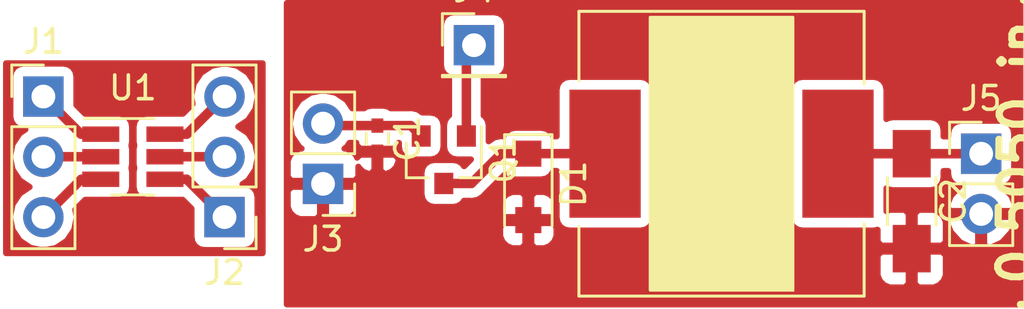
<source format=kicad_pcb>
(kicad_pcb (version 20171130) (host pcbnew "(5.0.2)-1")

  (general
    (thickness 1.6)
    (drawings 1)
    (tracks 28)
    (zones 0)
    (modules 11)
    (nets 12)
  )

  (page A4)
  (layers
    (0 F.Cu signal)
    (31 B.Cu signal)
    (32 B.Adhes user)
    (33 F.Adhes user)
    (34 B.Paste user)
    (35 F.Paste user)
    (36 B.SilkS user)
    (37 F.SilkS user hide)
    (38 B.Mask user)
    (39 F.Mask user hide)
    (40 Dwgs.User user)
    (41 Cmts.User user)
    (42 Eco1.User user)
    (43 Eco2.User user)
    (44 Edge.Cuts user)
    (45 Margin user)
    (46 B.CrtYd user hide)
    (47 F.CrtYd user hide)
    (48 B.Fab user)
    (49 F.Fab user hide)
  )

  (setup
    (last_trace_width 0.4)
    (trace_clearance 0.2)
    (zone_clearance 0.4)
    (zone_45_only no)
    (trace_min 0.2)
    (segment_width 0.2)
    (edge_width 0.15)
    (via_size 0.8)
    (via_drill 0.4)
    (via_min_size 0.4)
    (via_min_drill 0.3)
    (uvia_size 0.3)
    (uvia_drill 0.1)
    (uvias_allowed no)
    (uvia_min_size 0.2)
    (uvia_min_drill 0.1)
    (pcb_text_width 0.3)
    (pcb_text_size 1.5 1.5)
    (mod_edge_width 0.15)
    (mod_text_size 1 1)
    (mod_text_width 0.15)
    (pad_size 1.7 1.7)
    (pad_drill 1)
    (pad_to_mask_clearance 0.051)
    (solder_mask_min_width 0.25)
    (aux_axis_origin 0 0)
    (visible_elements 7FFFFFFF)
    (pcbplotparams
      (layerselection 0x010fc_ffffffff)
      (usegerberextensions false)
      (usegerberattributes false)
      (usegerberadvancedattributes false)
      (creategerberjobfile false)
      (excludeedgelayer true)
      (linewidth 0.100000)
      (plotframeref false)
      (viasonmask false)
      (mode 1)
      (useauxorigin false)
      (hpglpennumber 1)
      (hpglpenspeed 20)
      (hpglpendiameter 15.000000)
      (psnegative false)
      (psa4output false)
      (plotreference true)
      (plotvalue true)
      (plotinvisibletext false)
      (padsonsilk false)
      (subtractmaskfromsilk false)
      (outputformat 1)
      (mirror false)
      (drillshape 1)
      (scaleselection 1)
      (outputdirectory ""))
  )

  (net 0 "")
  (net 1 "Net-(J1-Pad1)")
  (net 2 "Net-(J1-Pad2)")
  (net 3 "Net-(J1-Pad3)")
  (net 4 "Net-(J2-Pad3)")
  (net 5 "Net-(J2-Pad2)")
  (net 6 "Net-(J2-Pad1)")
  (net 7 GND)
  (net 8 "Net-(C1-Pad1)")
  (net 9 "Net-(C2-Pad1)")
  (net 10 "Net-(D1-Pad1)")
  (net 11 "Net-(J4-Pad1)")

  (net_class Default "This is the default net class."
    (clearance 0.2)
    (trace_width 0.4)
    (via_dia 0.8)
    (via_drill 0.4)
    (uvia_dia 0.3)
    (uvia_drill 0.1)
    (add_net GND)
    (add_net "Net-(C1-Pad1)")
    (add_net "Net-(C2-Pad1)")
    (add_net "Net-(D1-Pad1)")
    (add_net "Net-(J1-Pad1)")
    (add_net "Net-(J1-Pad2)")
    (add_net "Net-(J1-Pad3)")
    (add_net "Net-(J2-Pad1)")
    (add_net "Net-(J2-Pad2)")
    (add_net "Net-(J2-Pad3)")
    (add_net "Net-(J4-Pad1)")
  )

  (module Pin_Headers:Pin_Header_Straight_1x03_Pitch2.54mm (layer F.Cu) (tedit 59650532) (tstamp 5C61D6FF)
    (at 140 95)
    (descr "Through hole straight pin header, 1x03, 2.54mm pitch, single row")
    (tags "Through hole pin header THT 1x03 2.54mm single row")
    (path /5C61C8E6)
    (fp_text reference J1 (at 0 -2.33) (layer F.SilkS)
      (effects (font (size 1 1) (thickness 0.15)))
    )
    (fp_text value Conn_01x03 (at 0 7.41) (layer F.Fab)
      (effects (font (size 1 1) (thickness 0.15)))
    )
    (fp_text user %R (at 0 2.54 90) (layer F.Fab)
      (effects (font (size 1 1) (thickness 0.15)))
    )
    (fp_line (start 1.8 -1.8) (end -1.8 -1.8) (layer F.CrtYd) (width 0.05))
    (fp_line (start 1.8 6.85) (end 1.8 -1.8) (layer F.CrtYd) (width 0.05))
    (fp_line (start -1.8 6.85) (end 1.8 6.85) (layer F.CrtYd) (width 0.05))
    (fp_line (start -1.8 -1.8) (end -1.8 6.85) (layer F.CrtYd) (width 0.05))
    (fp_line (start -1.33 -1.33) (end 0 -1.33) (layer F.SilkS) (width 0.12))
    (fp_line (start -1.33 0) (end -1.33 -1.33) (layer F.SilkS) (width 0.12))
    (fp_line (start -1.33 1.27) (end 1.33 1.27) (layer F.SilkS) (width 0.12))
    (fp_line (start 1.33 1.27) (end 1.33 6.41) (layer F.SilkS) (width 0.12))
    (fp_line (start -1.33 1.27) (end -1.33 6.41) (layer F.SilkS) (width 0.12))
    (fp_line (start -1.33 6.41) (end 1.33 6.41) (layer F.SilkS) (width 0.12))
    (fp_line (start -1.27 -0.635) (end -0.635 -1.27) (layer F.Fab) (width 0.1))
    (fp_line (start -1.27 6.35) (end -1.27 -0.635) (layer F.Fab) (width 0.1))
    (fp_line (start 1.27 6.35) (end -1.27 6.35) (layer F.Fab) (width 0.1))
    (fp_line (start 1.27 -1.27) (end 1.27 6.35) (layer F.Fab) (width 0.1))
    (fp_line (start -0.635 -1.27) (end 1.27 -1.27) (layer F.Fab) (width 0.1))
    (pad 3 thru_hole oval (at 0 5.08) (size 1.7 1.7) (drill 1) (layers *.Cu *.Mask)
      (net 3 "Net-(J1-Pad3)"))
    (pad 2 thru_hole oval (at 0 2.54) (size 1.7 1.7) (drill 1) (layers *.Cu *.Mask)
      (net 2 "Net-(J1-Pad2)"))
    (pad 1 thru_hole rect (at 0 0) (size 1.7 1.7) (drill 1) (layers *.Cu *.Mask)
      (net 1 "Net-(J1-Pad1)"))
    (model ${KISYS3DMOD}/Pin_Headers.3dshapes/Pin_Header_Straight_1x03_Pitch2.54mm.wrl
      (at (xyz 0 0 0))
      (scale (xyz 1 1 1))
      (rotate (xyz 0 0 0))
    )
  )

  (module Pin_Headers:Pin_Header_Straight_1x03_Pitch2.54mm (layer F.Cu) (tedit 59650532) (tstamp 5C61D23F)
    (at 147.62 100.08 180)
    (descr "Through hole straight pin header, 1x03, 2.54mm pitch, single row")
    (tags "Through hole pin header THT 1x03 2.54mm single row")
    (path /5C61C85B)
    (fp_text reference J2 (at 0 -2.33 180) (layer F.SilkS)
      (effects (font (size 1 1) (thickness 0.15)))
    )
    (fp_text value Conn_01x03 (at 0 7.41 180) (layer F.Fab)
      (effects (font (size 1 1) (thickness 0.15)))
    )
    (fp_text user %R (at 0 2.54 270) (layer F.Fab)
      (effects (font (size 1 1) (thickness 0.15)))
    )
    (fp_line (start 1.8 -1.8) (end -1.8 -1.8) (layer F.CrtYd) (width 0.05))
    (fp_line (start 1.8 6.85) (end 1.8 -1.8) (layer F.CrtYd) (width 0.05))
    (fp_line (start -1.8 6.85) (end 1.8 6.85) (layer F.CrtYd) (width 0.05))
    (fp_line (start -1.8 -1.8) (end -1.8 6.85) (layer F.CrtYd) (width 0.05))
    (fp_line (start -1.33 -1.33) (end 0 -1.33) (layer F.SilkS) (width 0.12))
    (fp_line (start -1.33 0) (end -1.33 -1.33) (layer F.SilkS) (width 0.12))
    (fp_line (start -1.33 1.27) (end 1.33 1.27) (layer F.SilkS) (width 0.12))
    (fp_line (start 1.33 1.27) (end 1.33 6.41) (layer F.SilkS) (width 0.12))
    (fp_line (start -1.33 1.27) (end -1.33 6.41) (layer F.SilkS) (width 0.12))
    (fp_line (start -1.33 6.41) (end 1.33 6.41) (layer F.SilkS) (width 0.12))
    (fp_line (start -1.27 -0.635) (end -0.635 -1.27) (layer F.Fab) (width 0.1))
    (fp_line (start -1.27 6.35) (end -1.27 -0.635) (layer F.Fab) (width 0.1))
    (fp_line (start 1.27 6.35) (end -1.27 6.35) (layer F.Fab) (width 0.1))
    (fp_line (start 1.27 -1.27) (end 1.27 6.35) (layer F.Fab) (width 0.1))
    (fp_line (start -0.635 -1.27) (end 1.27 -1.27) (layer F.Fab) (width 0.1))
    (pad 3 thru_hole oval (at 0 5.08 180) (size 1.7 1.7) (drill 1) (layers *.Cu *.Mask)
      (net 4 "Net-(J2-Pad3)"))
    (pad 2 thru_hole oval (at 0 2.54 180) (size 1.7 1.7) (drill 1) (layers *.Cu *.Mask)
      (net 5 "Net-(J2-Pad2)"))
    (pad 1 thru_hole rect (at 0 0 180) (size 1.7 1.7) (drill 1) (layers *.Cu *.Mask)
      (net 6 "Net-(J2-Pad1)"))
    (model ${KISYS3DMOD}/Pin_Headers.3dshapes/Pin_Header_Straight_1x03_Pitch2.54mm.wrl
      (at (xyz 0 0 0))
      (scale (xyz 1 1 1))
      (rotate (xyz 0 0 0))
    )
  )

  (module TO_SOT_Packages_SMD:SOT-23-6_Handsoldering (layer F.Cu) (tedit 58CE4E7E) (tstamp 5C61DA63)
    (at 143.764 97.536)
    (descr "6-pin SOT-23 package, Handsoldering")
    (tags "SOT-23-6 Handsoldering")
    (path /5C61C7F3)
    (attr smd)
    (fp_text reference U1 (at 0 -2.9) (layer F.SilkS)
      (effects (font (size 1 1) (thickness 0.15)))
    )
    (fp_text value ATtiny10-TS (at 0 2.9) (layer F.Fab)
      (effects (font (size 1 1) (thickness 0.15)))
    )
    (fp_line (start 0.9 -1.55) (end 0.9 1.55) (layer F.Fab) (width 0.1))
    (fp_line (start 0.9 1.55) (end -0.9 1.55) (layer F.Fab) (width 0.1))
    (fp_line (start -0.9 -0.9) (end -0.9 1.55) (layer F.Fab) (width 0.1))
    (fp_line (start 0.9 -1.55) (end -0.25 -1.55) (layer F.Fab) (width 0.1))
    (fp_line (start -0.9 -0.9) (end -0.25 -1.55) (layer F.Fab) (width 0.1))
    (fp_line (start -2.4 -1.8) (end 2.4 -1.8) (layer F.CrtYd) (width 0.05))
    (fp_line (start 2.4 -1.8) (end 2.4 1.8) (layer F.CrtYd) (width 0.05))
    (fp_line (start 2.4 1.8) (end -2.4 1.8) (layer F.CrtYd) (width 0.05))
    (fp_line (start -2.4 1.8) (end -2.4 -1.8) (layer F.CrtYd) (width 0.05))
    (fp_line (start 0.9 -1.61) (end -2.05 -1.61) (layer F.SilkS) (width 0.12))
    (fp_line (start -0.9 1.61) (end 0.9 1.61) (layer F.SilkS) (width 0.12))
    (fp_text user %R (at 0 0 90) (layer F.Fab)
      (effects (font (size 0.5 0.5) (thickness 0.075)))
    )
    (pad 5 smd rect (at 1.35 0) (size 1.56 0.65) (layers F.Cu F.Paste F.Mask)
      (net 5 "Net-(J2-Pad2)"))
    (pad 6 smd rect (at 1.35 -0.95) (size 1.56 0.65) (layers F.Cu F.Paste F.Mask)
      (net 4 "Net-(J2-Pad3)"))
    (pad 4 smd rect (at 1.35 0.95) (size 1.56 0.65) (layers F.Cu F.Paste F.Mask)
      (net 6 "Net-(J2-Pad1)"))
    (pad 3 smd rect (at -1.35 0.95) (size 1.56 0.65) (layers F.Cu F.Paste F.Mask)
      (net 3 "Net-(J1-Pad3)"))
    (pad 2 smd rect (at -1.35 0) (size 1.56 0.65) (layers F.Cu F.Paste F.Mask)
      (net 2 "Net-(J1-Pad2)"))
    (pad 1 smd rect (at -1.35 -0.95) (size 1.56 0.65) (layers F.Cu F.Paste F.Mask)
      (net 1 "Net-(J1-Pad1)"))
    (model ${KISYS3DMOD}/TO_SOT_Packages_SMD.3dshapes/SOT-23-6.wrl
      (at (xyz 0 0 0))
      (scale (xyz 1 1 1))
      (rotate (xyz 0 0 0))
    )
  )

  (module Capacitors_SMD:C_0402 (layer F.Cu) (tedit 58AA841A) (tstamp 5C61D72F)
    (at 154.051 96.774 270)
    (descr "Capacitor SMD 0402, reflow soldering, AVX (see smccp.pdf)")
    (tags "capacitor 0402")
    (path /5C61D321)
    (attr smd)
    (fp_text reference C1 (at 0 -1.27 270) (layer F.SilkS)
      (effects (font (size 1 1) (thickness 0.15)))
    )
    (fp_text value 4.7uF (at 0 1.27 270) (layer F.Fab)
      (effects (font (size 1 1) (thickness 0.15)))
    )
    (fp_line (start 1 0.4) (end -1 0.4) (layer F.CrtYd) (width 0.05))
    (fp_line (start 1 0.4) (end 1 -0.4) (layer F.CrtYd) (width 0.05))
    (fp_line (start -1 -0.4) (end -1 0.4) (layer F.CrtYd) (width 0.05))
    (fp_line (start -1 -0.4) (end 1 -0.4) (layer F.CrtYd) (width 0.05))
    (fp_line (start -0.25 0.47) (end 0.25 0.47) (layer F.SilkS) (width 0.12))
    (fp_line (start 0.25 -0.47) (end -0.25 -0.47) (layer F.SilkS) (width 0.12))
    (fp_line (start -0.5 -0.25) (end 0.5 -0.25) (layer F.Fab) (width 0.1))
    (fp_line (start 0.5 -0.25) (end 0.5 0.25) (layer F.Fab) (width 0.1))
    (fp_line (start 0.5 0.25) (end -0.5 0.25) (layer F.Fab) (width 0.1))
    (fp_line (start -0.5 0.25) (end -0.5 -0.25) (layer F.Fab) (width 0.1))
    (fp_text user %R (at 0 -1.27 270) (layer F.Fab)
      (effects (font (size 1 1) (thickness 0.15)))
    )
    (pad 2 smd rect (at 0.55 0 270) (size 0.6 0.5) (layers F.Cu F.Paste F.Mask)
      (net 7 GND))
    (pad 1 smd rect (at -0.55 0 270) (size 0.6 0.5) (layers F.Cu F.Paste F.Mask)
      (net 8 "Net-(C1-Pad1)"))
    (model Capacitors_SMD.3dshapes/C_0402.wrl
      (at (xyz 0 0 0))
      (scale (xyz 1 1 1))
      (rotate (xyz 0 0 0))
    )
  )

  (module Capacitors_SMD:C_1206_HandSoldering (layer F.Cu) (tedit 58AA84D1) (tstamp 5C61D740)
    (at 176.53 99.409 270)
    (descr "Capacitor SMD 1206, hand soldering")
    (tags "capacitor 1206")
    (path /5C61D6C4)
    (attr smd)
    (fp_text reference C2 (at 0 -1.75 270) (layer F.SilkS)
      (effects (font (size 1 1) (thickness 0.15)))
    )
    (fp_text value 22uF (at 0 2 270) (layer F.Fab)
      (effects (font (size 1 1) (thickness 0.15)))
    )
    (fp_line (start 3.25 1.05) (end -3.25 1.05) (layer F.CrtYd) (width 0.05))
    (fp_line (start 3.25 1.05) (end 3.25 -1.05) (layer F.CrtYd) (width 0.05))
    (fp_line (start -3.25 -1.05) (end -3.25 1.05) (layer F.CrtYd) (width 0.05))
    (fp_line (start -3.25 -1.05) (end 3.25 -1.05) (layer F.CrtYd) (width 0.05))
    (fp_line (start -1 1.02) (end 1 1.02) (layer F.SilkS) (width 0.12))
    (fp_line (start 1 -1.02) (end -1 -1.02) (layer F.SilkS) (width 0.12))
    (fp_line (start -1.6 -0.8) (end 1.6 -0.8) (layer F.Fab) (width 0.1))
    (fp_line (start 1.6 -0.8) (end 1.6 0.8) (layer F.Fab) (width 0.1))
    (fp_line (start 1.6 0.8) (end -1.6 0.8) (layer F.Fab) (width 0.1))
    (fp_line (start -1.6 0.8) (end -1.6 -0.8) (layer F.Fab) (width 0.1))
    (fp_text user %R (at 0 -1.75 270) (layer F.Fab)
      (effects (font (size 1 1) (thickness 0.15)))
    )
    (pad 2 smd rect (at 2 0 270) (size 2 1.6) (layers F.Cu F.Paste F.Mask)
      (net 7 GND))
    (pad 1 smd rect (at -2 0 270) (size 2 1.6) (layers F.Cu F.Paste F.Mask)
      (net 9 "Net-(C2-Pad1)"))
    (model Capacitors_SMD.3dshapes/C_1206.wrl
      (at (xyz 0 0 0))
      (scale (xyz 1 1 1))
      (rotate (xyz 0 0 0))
    )
  )

  (module Diodes_SMD:D_SOD-123F (layer F.Cu) (tedit 587F7769) (tstamp 5C61D759)
    (at 160.401 98.806 270)
    (descr D_SOD-123F)
    (tags D_SOD-123F)
    (path /5C61D52C)
    (attr smd)
    (fp_text reference D1 (at -0.127 -1.905 270) (layer F.SilkS)
      (effects (font (size 1 1) (thickness 0.15)))
    )
    (fp_text value D (at 0 2.1 270) (layer F.Fab)
      (effects (font (size 1 1) (thickness 0.15)))
    )
    (fp_line (start -2.2 -1) (end 1.65 -1) (layer F.SilkS) (width 0.12))
    (fp_line (start -2.2 1) (end 1.65 1) (layer F.SilkS) (width 0.12))
    (fp_line (start -2.2 -1.15) (end -2.2 1.15) (layer F.CrtYd) (width 0.05))
    (fp_line (start 2.2 1.15) (end -2.2 1.15) (layer F.CrtYd) (width 0.05))
    (fp_line (start 2.2 -1.15) (end 2.2 1.15) (layer F.CrtYd) (width 0.05))
    (fp_line (start -2.2 -1.15) (end 2.2 -1.15) (layer F.CrtYd) (width 0.05))
    (fp_line (start -1.4 -0.9) (end 1.4 -0.9) (layer F.Fab) (width 0.1))
    (fp_line (start 1.4 -0.9) (end 1.4 0.9) (layer F.Fab) (width 0.1))
    (fp_line (start 1.4 0.9) (end -1.4 0.9) (layer F.Fab) (width 0.1))
    (fp_line (start -1.4 0.9) (end -1.4 -0.9) (layer F.Fab) (width 0.1))
    (fp_line (start -0.75 0) (end -0.35 0) (layer F.Fab) (width 0.1))
    (fp_line (start -0.35 0) (end -0.35 -0.55) (layer F.Fab) (width 0.1))
    (fp_line (start -0.35 0) (end -0.35 0.55) (layer F.Fab) (width 0.1))
    (fp_line (start -0.35 0) (end 0.25 -0.4) (layer F.Fab) (width 0.1))
    (fp_line (start 0.25 -0.4) (end 0.25 0.4) (layer F.Fab) (width 0.1))
    (fp_line (start 0.25 0.4) (end -0.35 0) (layer F.Fab) (width 0.1))
    (fp_line (start 0.25 0) (end 0.75 0) (layer F.Fab) (width 0.1))
    (fp_line (start -2.2 -1) (end -2.2 1) (layer F.SilkS) (width 0.12))
    (fp_text user %R (at -0.127 -1.905 270) (layer F.Fab)
      (effects (font (size 1 1) (thickness 0.15)))
    )
    (pad 2 smd rect (at 1.4 0 270) (size 1.1 1.1) (layers F.Cu F.Paste F.Mask)
      (net 7 GND))
    (pad 1 smd rect (at -1.4 0 270) (size 1.1 1.1) (layers F.Cu F.Paste F.Mask)
      (net 10 "Net-(D1-Pad1)"))
    (model ${KISYS3DMOD}/Diodes_SMD.3dshapes/D_SOD-123F.wrl
      (at (xyz 0 0 0))
      (scale (xyz 1 1 1))
      (rotate (xyz 0 0 0))
    )
  )

  (module Pin_Headers:Pin_Header_Straight_1x02_Pitch2.54mm (layer F.Cu) (tedit 59650532) (tstamp 5C61D76F)
    (at 151.765 98.679 180)
    (descr "Through hole straight pin header, 1x02, 2.54mm pitch, single row")
    (tags "Through hole pin header THT 1x02 2.54mm single row")
    (path /5C61D1C2)
    (fp_text reference J3 (at 0 -2.33 180) (layer F.SilkS)
      (effects (font (size 1 1) (thickness 0.15)))
    )
    (fp_text value Conn_01x02 (at 0 4.87 180) (layer F.Fab)
      (effects (font (size 1 1) (thickness 0.15)))
    )
    (fp_text user %R (at 0 1.27 270) (layer F.Fab)
      (effects (font (size 1 1) (thickness 0.15)))
    )
    (fp_line (start 1.8 -1.8) (end -1.8 -1.8) (layer F.CrtYd) (width 0.05))
    (fp_line (start 1.8 4.35) (end 1.8 -1.8) (layer F.CrtYd) (width 0.05))
    (fp_line (start -1.8 4.35) (end 1.8 4.35) (layer F.CrtYd) (width 0.05))
    (fp_line (start -1.8 -1.8) (end -1.8 4.35) (layer F.CrtYd) (width 0.05))
    (fp_line (start -1.33 -1.33) (end 0 -1.33) (layer F.SilkS) (width 0.12))
    (fp_line (start -1.33 0) (end -1.33 -1.33) (layer F.SilkS) (width 0.12))
    (fp_line (start -1.33 1.27) (end 1.33 1.27) (layer F.SilkS) (width 0.12))
    (fp_line (start 1.33 1.27) (end 1.33 3.87) (layer F.SilkS) (width 0.12))
    (fp_line (start -1.33 1.27) (end -1.33 3.87) (layer F.SilkS) (width 0.12))
    (fp_line (start -1.33 3.87) (end 1.33 3.87) (layer F.SilkS) (width 0.12))
    (fp_line (start -1.27 -0.635) (end -0.635 -1.27) (layer F.Fab) (width 0.1))
    (fp_line (start -1.27 3.81) (end -1.27 -0.635) (layer F.Fab) (width 0.1))
    (fp_line (start 1.27 3.81) (end -1.27 3.81) (layer F.Fab) (width 0.1))
    (fp_line (start 1.27 -1.27) (end 1.27 3.81) (layer F.Fab) (width 0.1))
    (fp_line (start -0.635 -1.27) (end 1.27 -1.27) (layer F.Fab) (width 0.1))
    (pad 2 thru_hole oval (at 0 2.54 180) (size 1.7 1.7) (drill 1) (layers *.Cu *.Mask)
      (net 8 "Net-(C1-Pad1)"))
    (pad 1 thru_hole rect (at 0 0 180) (size 1.7 1.7) (drill 1) (layers *.Cu *.Mask)
      (net 7 GND))
    (model ${KISYS3DMOD}/Pin_Headers.3dshapes/Pin_Header_Straight_1x02_Pitch2.54mm.wrl
      (at (xyz 0 0 0))
      (scale (xyz 1 1 1))
      (rotate (xyz 0 0 0))
    )
  )

  (module Pin_Headers:Pin_Header_Straight_1x01_Pitch2.54mm (layer F.Cu) (tedit 59650532) (tstamp 5C61D784)
    (at 158.115 92.837)
    (descr "Through hole straight pin header, 1x01, 2.54mm pitch, single row")
    (tags "Through hole pin header THT 1x01 2.54mm single row")
    (path /5C61D4A6)
    (fp_text reference J4 (at 0 -2.33) (layer F.SilkS)
      (effects (font (size 1 1) (thickness 0.15)))
    )
    (fp_text value Conn_01x01 (at 0 2.33) (layer F.Fab)
      (effects (font (size 1 1) (thickness 0.15)))
    )
    (fp_text user %R (at 0 0 90) (layer F.Fab)
      (effects (font (size 1 1) (thickness 0.15)))
    )
    (fp_line (start 1.8 -1.8) (end -1.8 -1.8) (layer F.CrtYd) (width 0.05))
    (fp_line (start 1.8 1.8) (end 1.8 -1.8) (layer F.CrtYd) (width 0.05))
    (fp_line (start -1.8 1.8) (end 1.8 1.8) (layer F.CrtYd) (width 0.05))
    (fp_line (start -1.8 -1.8) (end -1.8 1.8) (layer F.CrtYd) (width 0.05))
    (fp_line (start -1.33 -1.33) (end 0 -1.33) (layer F.SilkS) (width 0.12))
    (fp_line (start -1.33 0) (end -1.33 -1.33) (layer F.SilkS) (width 0.12))
    (fp_line (start -1.33 1.27) (end 1.33 1.27) (layer F.SilkS) (width 0.12))
    (fp_line (start 1.33 1.27) (end 1.33 1.33) (layer F.SilkS) (width 0.12))
    (fp_line (start -1.33 1.27) (end -1.33 1.33) (layer F.SilkS) (width 0.12))
    (fp_line (start -1.33 1.33) (end 1.33 1.33) (layer F.SilkS) (width 0.12))
    (fp_line (start -1.27 -0.635) (end -0.635 -1.27) (layer F.Fab) (width 0.1))
    (fp_line (start -1.27 1.27) (end -1.27 -0.635) (layer F.Fab) (width 0.1))
    (fp_line (start 1.27 1.27) (end -1.27 1.27) (layer F.Fab) (width 0.1))
    (fp_line (start 1.27 -1.27) (end 1.27 1.27) (layer F.Fab) (width 0.1))
    (fp_line (start -0.635 -1.27) (end 1.27 -1.27) (layer F.Fab) (width 0.1))
    (pad 1 thru_hole rect (at 0 0) (size 1.7 1.7) (drill 1) (layers *.Cu *.Mask)
      (net 11 "Net-(J4-Pad1)"))
    (model ${KISYS3DMOD}/Pin_Headers.3dshapes/Pin_Header_Straight_1x01_Pitch2.54mm.wrl
      (at (xyz 0 0 0))
      (scale (xyz 1 1 1))
      (rotate (xyz 0 0 0))
    )
  )

  (module Pin_Headers:Pin_Header_Straight_1x02_Pitch2.54mm (layer F.Cu) (tedit 59650532) (tstamp 5C61D79A)
    (at 179.451 97.409)
    (descr "Through hole straight pin header, 1x02, 2.54mm pitch, single row")
    (tags "Through hole pin header THT 1x02 2.54mm single row")
    (path /5C61D273)
    (fp_text reference J5 (at 0 -2.33) (layer F.SilkS)
      (effects (font (size 1 1) (thickness 0.15)))
    )
    (fp_text value Conn_01x02 (at 0 4.87) (layer F.Fab)
      (effects (font (size 1 1) (thickness 0.15)))
    )
    (fp_line (start -0.635 -1.27) (end 1.27 -1.27) (layer F.Fab) (width 0.1))
    (fp_line (start 1.27 -1.27) (end 1.27 3.81) (layer F.Fab) (width 0.1))
    (fp_line (start 1.27 3.81) (end -1.27 3.81) (layer F.Fab) (width 0.1))
    (fp_line (start -1.27 3.81) (end -1.27 -0.635) (layer F.Fab) (width 0.1))
    (fp_line (start -1.27 -0.635) (end -0.635 -1.27) (layer F.Fab) (width 0.1))
    (fp_line (start -1.33 3.87) (end 1.33 3.87) (layer F.SilkS) (width 0.12))
    (fp_line (start -1.33 1.27) (end -1.33 3.87) (layer F.SilkS) (width 0.12))
    (fp_line (start 1.33 1.27) (end 1.33 3.87) (layer F.SilkS) (width 0.12))
    (fp_line (start -1.33 1.27) (end 1.33 1.27) (layer F.SilkS) (width 0.12))
    (fp_line (start -1.33 0) (end -1.33 -1.33) (layer F.SilkS) (width 0.12))
    (fp_line (start -1.33 -1.33) (end 0 -1.33) (layer F.SilkS) (width 0.12))
    (fp_line (start -1.8 -1.8) (end -1.8 4.35) (layer F.CrtYd) (width 0.05))
    (fp_line (start -1.8 4.35) (end 1.8 4.35) (layer F.CrtYd) (width 0.05))
    (fp_line (start 1.8 4.35) (end 1.8 -1.8) (layer F.CrtYd) (width 0.05))
    (fp_line (start 1.8 -1.8) (end -1.8 -1.8) (layer F.CrtYd) (width 0.05))
    (fp_text user %R (at 0 1.27 90) (layer F.Fab)
      (effects (font (size 1 1) (thickness 0.15)))
    )
    (pad 1 thru_hole rect (at 0 0) (size 1.7 1.7) (drill 1) (layers *.Cu *.Mask)
      (net 9 "Net-(C2-Pad1)"))
    (pad 2 thru_hole oval (at 0 2.54) (size 1.7 1.7) (drill 1) (layers *.Cu *.Mask)
      (net 7 GND))
    (model ${KISYS3DMOD}/Pin_Headers.3dshapes/Pin_Header_Straight_1x02_Pitch2.54mm.wrl
      (at (xyz 0 0 0))
      (scale (xyz 1 1 1))
      (rotate (xyz 0 0 0))
    )
  )

  (module we:WE (layer F.Cu) (tedit 5C61D52B) (tstamp 5C61D7AB)
    (at 168.529 97.409)
    (path /5C61D5DF)
    (fp_text reference L1 (at 0 0.5) (layer F.SilkS)
      (effects (font (size 1 1) (thickness 0.15)))
    )
    (fp_text value 10uH (at 0 -0.5) (layer F.Fab)
      (effects (font (size 1 1) (thickness 0.15)))
    )
    (fp_line (start -5.99948 -5.99948) (end 5.99948 -5.99948) (layer F.SilkS) (width 0.127))
    (fp_line (start 5.99948 5.99948) (end -5.99948 5.99948) (layer F.SilkS) (width 0.127))
    (fp_line (start -5.99948 5.99948) (end -5.99948 3.06832) (layer F.SilkS) (width 0.127))
    (fp_line (start -5.99948 -3.06832) (end -5.99948 -5.99948) (layer F.SilkS) (width 0.127))
    (fp_line (start 5.99948 5.99948) (end 5.99948 2.94894) (layer F.SilkS) (width 0.127))
    (fp_line (start 5.99948 -2.94894) (end 5.99948 -5.99948) (layer F.SilkS) (width 0.127))
    (fp_line (start -5.99948 3.19786) (end -5.99948 -3.19786) (layer Dwgs.User) (width 0.127))
    (fp_line (start 5.99948 2.94894) (end 5.99948 -2.94894) (layer Dwgs.User) (width 0.127))
    (fp_poly (pts (xy -6.74878 6.49986) (xy -6.74878 -6.2484) (xy 6.74878 -6.2484) (xy 6.74878 6.49986)
      (xy -6.74878 6.49986)) (layer Dwgs.User) (width 0.127))
    (fp_poly (pts (xy -2.99974 5.74802) (xy -2.99974 -5.74802) (xy 2.99974 -5.74802) (xy 2.99974 5.74802)
      (xy -2.99974 5.74802)) (layer F.SilkS) (width 0.127))
    (fp_poly (pts (xy -2.99974 5.74802) (xy -2.99974 -5.74802) (xy 2.99974 -5.74802) (xy 2.99974 5.74802)
      (xy -2.99974 5.74802)) (layer Dwgs.User) (width 0.127))
    (pad 1 smd rect (at -4.89966 0 90) (size 5.3975 2.99974) (layers F.Cu F.Paste F.Mask)
      (net 10 "Net-(D1-Pad1)"))
    (pad 2 smd rect (at 4.89966 0 90) (size 5.3975 2.99974) (layers F.Cu F.Paste F.Mask)
      (net 9 "Net-(C2-Pad1)"))
  )

  (module TO_SOT_Packages_SMD:SOT-23 (layer F.Cu) (tedit 58CE4E7E) (tstamp 5C61D7C0)
    (at 156.845 97.663 270)
    (descr "SOT-23, Standard")
    (tags SOT-23)
    (path /5C61D3C9)
    (attr smd)
    (fp_text reference Q1 (at 0 -2.5 270) (layer F.SilkS)
      (effects (font (size 1 1) (thickness 0.15)))
    )
    (fp_text value Q_PMOS_GSD (at 0 2.5 270) (layer F.Fab)
      (effects (font (size 1 1) (thickness 0.15)))
    )
    (fp_line (start 0.76 1.58) (end -0.7 1.58) (layer F.SilkS) (width 0.12))
    (fp_line (start 0.76 -1.58) (end -1.4 -1.58) (layer F.SilkS) (width 0.12))
    (fp_line (start -1.7 1.75) (end -1.7 -1.75) (layer F.CrtYd) (width 0.05))
    (fp_line (start 1.7 1.75) (end -1.7 1.75) (layer F.CrtYd) (width 0.05))
    (fp_line (start 1.7 -1.75) (end 1.7 1.75) (layer F.CrtYd) (width 0.05))
    (fp_line (start -1.7 -1.75) (end 1.7 -1.75) (layer F.CrtYd) (width 0.05))
    (fp_line (start 0.76 -1.58) (end 0.76 -0.65) (layer F.SilkS) (width 0.12))
    (fp_line (start 0.76 1.58) (end 0.76 0.65) (layer F.SilkS) (width 0.12))
    (fp_line (start -0.7 1.52) (end 0.7 1.52) (layer F.Fab) (width 0.1))
    (fp_line (start 0.7 -1.52) (end 0.7 1.52) (layer F.Fab) (width 0.1))
    (fp_line (start -0.7 -0.95) (end -0.15 -1.52) (layer F.Fab) (width 0.1))
    (fp_line (start -0.15 -1.52) (end 0.7 -1.52) (layer F.Fab) (width 0.1))
    (fp_line (start -0.7 -0.95) (end -0.7 1.5) (layer F.Fab) (width 0.1))
    (fp_text user %R (at 0 0) (layer F.Fab)
      (effects (font (size 0.5 0.5) (thickness 0.075)))
    )
    (pad 3 smd rect (at 1 0 270) (size 0.9 0.8) (layers F.Cu F.Paste F.Mask)
      (net 10 "Net-(D1-Pad1)"))
    (pad 2 smd rect (at -1 0.95 270) (size 0.9 0.8) (layers F.Cu F.Paste F.Mask)
      (net 8 "Net-(C1-Pad1)"))
    (pad 1 smd rect (at -1 -0.95 270) (size 0.9 0.8) (layers F.Cu F.Paste F.Mask)
      (net 11 "Net-(J4-Pad1)"))
    (model ${KISYS3DMOD}/TO_SOT_Packages_SMD.3dshapes/SOT-23.wrl
      (at (xyz 0 0 0))
      (scale (xyz 1 1 1))
      (rotate (xyz 0 0 0))
    )
  )

  (dimension 12.827629 (width 0.3) (layer F.SilkS)
    (gr_text "12.828 mm" (at 184.916235 97.382636 89.43273359) (layer F.SilkS)
      (effects (font (size 1.5 1.5) (thickness 0.3)))
    )
    (feature1 (pts (xy 181.102 103.759) (xy 183.33923 103.781151)))
    (feature2 (pts (xy 181.229 90.932) (xy 183.46623 90.954151)))
    (crossbar (pts (xy 182.879838 90.948345) (xy 182.752838 103.775345)))
    (arrow1a (pts (xy 182.752838 103.775345) (xy 182.177599 102.643091)))
    (arrow1b (pts (xy 182.752838 103.775345) (xy 183.350383 102.654702)))
    (arrow2a (pts (xy 182.879838 90.948345) (xy 182.282293 92.068988)))
    (arrow2b (pts (xy 182.879838 90.948345) (xy 183.455077 92.080599)))
  )

  (segment (start 141.586 96.586) (end 140 95) (width 0.4) (layer F.Cu) (net 1))
  (segment (start 142.414 96.586) (end 141.586 96.586) (width 0.4) (layer F.Cu) (net 1))
  (segment (start 140.004 97.536) (end 140 97.54) (width 0.4) (layer F.Cu) (net 2))
  (segment (start 142.414 97.536) (end 140.004 97.536) (width 0.4) (layer F.Cu) (net 2))
  (segment (start 141.594 98.486) (end 140 100.08) (width 0.4) (layer F.Cu) (net 3))
  (segment (start 142.414 98.486) (end 141.594 98.486) (width 0.4) (layer F.Cu) (net 3))
  (segment (start 146.034 96.586) (end 147.62 95) (width 0.4) (layer F.Cu) (net 4))
  (segment (start 145.114 96.586) (end 146.034 96.586) (width 0.4) (layer F.Cu) (net 4))
  (segment (start 147.616 97.536) (end 147.62 97.54) (width 0.4) (layer F.Cu) (net 5))
  (segment (start 145.114 97.536) (end 147.616 97.536) (width 0.4) (layer F.Cu) (net 5))
  (segment (start 146.026 98.486) (end 147.62 100.08) (width 0.4) (layer F.Cu) (net 6))
  (segment (start 145.114 98.486) (end 146.026 98.486) (width 0.4) (layer F.Cu) (net 6))
  (segment (start 151.85 96.224) (end 151.765 96.139) (width 0.4) (layer F.Cu) (net 8))
  (segment (start 154.051 96.224) (end 151.85 96.224) (width 0.4) (layer F.Cu) (net 8))
  (segment (start 155.456 96.224) (end 155.895 96.663) (width 0.4) (layer F.Cu) (net 8))
  (segment (start 154.051 96.224) (end 155.456 96.224) (width 0.4) (layer F.Cu) (net 8))
  (segment (start 173.42866 97.409) (end 176.53 97.409) (width 0.4) (layer F.Cu) (net 9))
  (segment (start 176.53 97.409) (end 179.451 97.409) (width 0.4) (layer F.Cu) (net 9))
  (segment (start 160.388 97.393) (end 160.401 97.406) (width 0.4) (layer F.Cu) (net 10))
  (segment (start 163.62634 97.406) (end 163.62934 97.409) (width 0.4) (layer F.Cu) (net 10))
  (segment (start 160.401 97.406) (end 163.62634 97.406) (width 0.4) (layer F.Cu) (net 10))
  (segment (start 160.398 97.409) (end 160.401 97.406) (width 0.4) (layer F.Cu) (net 10))
  (segment (start 156.845 98.663) (end 158.004 98.663) (width 0.4) (layer F.Cu) (net 10))
  (segment (start 159.261 97.406) (end 160.401 97.406) (width 0.4) (layer F.Cu) (net 10))
  (segment (start 158.004 98.663) (end 159.261 97.406) (width 0.4) (layer F.Cu) (net 10))
  (segment (start 158.176 92.898) (end 158.115 92.837) (width 0.4) (layer F.Cu) (net 11))
  (segment (start 157.795 93.157) (end 158.115 92.837) (width 0.4) (layer F.Cu) (net 11))
  (segment (start 157.795 96.663) (end 157.795 93.157) (width 0.4) (layer F.Cu) (net 11))

  (zone (net 0) (net_name "") (layer F.Cu) (tstamp 0) (hatch edge 0.508)
    (connect_pads (clearance 0.4))
    (min_thickness 0.254)
    (fill yes (arc_segments 16) (thermal_gap 0.508) (thermal_bridge_width 0.508))
    (polygon
      (pts
        (xy 138.811 93.472) (xy 149.352 93.472) (xy 149.352 101.727) (xy 138.303 101.727) (xy 138.303 93.472)
      )
    )
    (filled_polygon
      (pts
        (xy 149.225 101.6) (xy 138.43 101.6) (xy 138.43 97.54) (xy 138.596023 97.54) (xy 138.702894 98.077279)
        (xy 139.007238 98.532762) (xy 139.422154 98.81) (xy 139.007238 99.087238) (xy 138.702894 99.542721) (xy 138.596023 100.08)
        (xy 138.702894 100.617279) (xy 139.007238 101.072762) (xy 139.462721 101.377106) (xy 139.864377 101.457) (xy 140.135623 101.457)
        (xy 140.537279 101.377106) (xy 140.992762 101.072762) (xy 141.297106 100.617279) (xy 141.403977 100.08) (xy 141.341621 99.766512)
        (xy 141.759809 99.348324) (xy 143.194 99.348324) (xy 143.399625 99.307423) (xy 143.573945 99.190945) (xy 143.690423 99.016625)
        (xy 143.731324 98.811) (xy 143.731324 98.161) (xy 143.701487 98.011) (xy 143.731324 97.861) (xy 143.731324 97.211)
        (xy 143.701487 97.061) (xy 143.731324 96.911) (xy 143.731324 96.261) (xy 143.796676 96.261) (xy 143.796676 96.911)
        (xy 143.826513 97.061) (xy 143.796676 97.211) (xy 143.796676 97.861) (xy 143.826513 98.011) (xy 143.796676 98.161)
        (xy 143.796676 98.811) (xy 143.837577 99.016625) (xy 143.954055 99.190945) (xy 144.128375 99.307423) (xy 144.334 99.348324)
        (xy 145.860192 99.348324) (xy 146.232676 99.720808) (xy 146.232676 100.93) (xy 146.273577 101.135625) (xy 146.390055 101.309945)
        (xy 146.564375 101.426423) (xy 146.77 101.467324) (xy 148.47 101.467324) (xy 148.675625 101.426423) (xy 148.849945 101.309945)
        (xy 148.966423 101.135625) (xy 149.007324 100.93) (xy 149.007324 99.23) (xy 148.966423 99.024375) (xy 148.849945 98.850055)
        (xy 148.675625 98.733577) (xy 148.47 98.692676) (xy 148.373434 98.692676) (xy 148.612762 98.532762) (xy 148.917106 98.077279)
        (xy 149.023977 97.54) (xy 148.917106 97.002721) (xy 148.612762 96.547238) (xy 148.197846 96.27) (xy 148.612762 95.992762)
        (xy 148.917106 95.537279) (xy 149.023977 95) (xy 148.917106 94.462721) (xy 148.612762 94.007238) (xy 148.157279 93.702894)
        (xy 147.755623 93.623) (xy 147.484377 93.623) (xy 147.082721 93.702894) (xy 146.627238 94.007238) (xy 146.322894 94.462721)
        (xy 146.216023 95) (xy 146.278379 95.313488) (xy 145.868192 95.723676) (xy 144.334 95.723676) (xy 144.128375 95.764577)
        (xy 143.954055 95.881055) (xy 143.837577 96.055375) (xy 143.796676 96.261) (xy 143.731324 96.261) (xy 143.690423 96.055375)
        (xy 143.573945 95.881055) (xy 143.399625 95.764577) (xy 143.194 95.723676) (xy 141.751809 95.723676) (xy 141.387324 95.359191)
        (xy 141.387324 94.15) (xy 141.346423 93.944375) (xy 141.229945 93.770055) (xy 141.055625 93.653577) (xy 140.85 93.612676)
        (xy 139.15 93.612676) (xy 138.944375 93.653577) (xy 138.770055 93.770055) (xy 138.653577 93.944375) (xy 138.612676 94.15)
        (xy 138.612676 95.85) (xy 138.653577 96.055625) (xy 138.770055 96.229945) (xy 138.944375 96.346423) (xy 139.15 96.387324)
        (xy 139.246566 96.387324) (xy 139.007238 96.547238) (xy 138.702894 97.002721) (xy 138.596023 97.54) (xy 138.43 97.54)
        (xy 138.43 93.599) (xy 149.225 93.599)
      )
    )
  )
  (zone (net 7) (net_name GND) (layer F.Cu) (tstamp 0) (hatch edge 0.508)
    (connect_pads (clearance 0.4))
    (min_thickness 0.254)
    (fill yes (arc_segments 16) (thermal_gap 0.508) (thermal_bridge_width 0.508))
    (polygon
      (pts
        (xy 150.114 90.932) (xy 181.229 90.932) (xy 181.229 103.886) (xy 150.114 103.886)
      )
    )
    (filled_polygon
      (pts
        (xy 181.102 103.759) (xy 150.241 103.759) (xy 150.241 101.69475) (xy 175.095 101.69475) (xy 175.095 102.535309)
        (xy 175.191673 102.768698) (xy 175.370301 102.947327) (xy 175.60369 103.044) (xy 176.24425 103.044) (xy 176.403 102.88525)
        (xy 176.403 101.536) (xy 176.657 101.536) (xy 176.657 102.88525) (xy 176.81575 103.044) (xy 177.45631 103.044)
        (xy 177.689699 102.947327) (xy 177.868327 102.768698) (xy 177.965 102.535309) (xy 177.965 101.69475) (xy 177.80625 101.536)
        (xy 176.657 101.536) (xy 176.403 101.536) (xy 175.25375 101.536) (xy 175.095 101.69475) (xy 150.241 101.69475)
        (xy 150.241 100.49175) (xy 159.216 100.49175) (xy 159.216 100.882309) (xy 159.312673 101.115698) (xy 159.491301 101.294327)
        (xy 159.72469 101.391) (xy 160.11525 101.391) (xy 160.274 101.23225) (xy 160.274 100.333) (xy 160.528 100.333)
        (xy 160.528 101.23225) (xy 160.68675 101.391) (xy 161.07731 101.391) (xy 161.310699 101.294327) (xy 161.489327 101.115698)
        (xy 161.586 100.882309) (xy 161.586 100.49175) (xy 161.42725 100.333) (xy 160.528 100.333) (xy 160.274 100.333)
        (xy 159.37475 100.333) (xy 159.216 100.49175) (xy 150.241 100.49175) (xy 150.241 98.96475) (xy 150.28 98.96475)
        (xy 150.28 99.65531) (xy 150.376673 99.888699) (xy 150.555302 100.067327) (xy 150.788691 100.164) (xy 151.47925 100.164)
        (xy 151.638 100.00525) (xy 151.638 98.806) (xy 151.892 98.806) (xy 151.892 100.00525) (xy 152.05075 100.164)
        (xy 152.741309 100.164) (xy 152.974698 100.067327) (xy 153.153327 99.888699) (xy 153.25 99.65531) (xy 153.25 98.96475)
        (xy 153.09125 98.806) (xy 151.892 98.806) (xy 151.638 98.806) (xy 150.43875 98.806) (xy 150.28 98.96475)
        (xy 150.241 98.96475) (xy 150.241 97.70269) (xy 150.28 97.70269) (xy 150.28 98.39325) (xy 150.43875 98.552)
        (xy 151.638 98.552) (xy 151.638 98.532) (xy 151.892 98.532) (xy 151.892 98.552) (xy 153.09125 98.552)
        (xy 153.25 98.39325) (xy 153.25 97.953103) (xy 153.262673 97.983698) (xy 153.441301 98.162327) (xy 153.67469 98.259)
        (xy 153.76725 98.259) (xy 153.926 98.10025) (xy 153.926 97.451) (xy 154.176 97.451) (xy 154.176 98.10025)
        (xy 154.33475 98.259) (xy 154.42731 98.259) (xy 154.538363 98.213) (xy 155.907676 98.213) (xy 155.907676 99.113)
        (xy 155.948577 99.318625) (xy 156.065055 99.492945) (xy 156.239375 99.609423) (xy 156.445 99.650324) (xy 157.245 99.650324)
        (xy 157.450625 99.609423) (xy 157.569951 99.529691) (xy 159.216 99.529691) (xy 159.216 99.92025) (xy 159.37475 100.079)
        (xy 160.274 100.079) (xy 160.274 99.17975) (xy 160.528 99.17975) (xy 160.528 100.079) (xy 161.42725 100.079)
        (xy 161.586 99.92025) (xy 161.586 99.529691) (xy 161.489327 99.296302) (xy 161.310699 99.117673) (xy 161.07731 99.021)
        (xy 160.68675 99.021) (xy 160.528 99.17975) (xy 160.274 99.17975) (xy 160.11525 99.021) (xy 159.72469 99.021)
        (xy 159.491301 99.117673) (xy 159.312673 99.296302) (xy 159.216 99.529691) (xy 157.569951 99.529691) (xy 157.624945 99.492945)
        (xy 157.693731 99.39) (xy 157.932405 99.39) (xy 158.004 99.404241) (xy 158.075595 99.39) (xy 158.075599 99.39)
        (xy 158.287661 99.347818) (xy 158.528137 99.187137) (xy 158.568696 99.126436) (xy 159.426247 98.268886) (xy 159.471055 98.335945)
        (xy 159.645375 98.452423) (xy 159.851 98.493324) (xy 160.951 98.493324) (xy 161.156625 98.452423) (xy 161.330945 98.335945)
        (xy 161.447423 98.161625) (xy 161.453117 98.133) (xy 161.592146 98.133) (xy 161.592146 100.10775) (xy 161.633047 100.313375)
        (xy 161.749525 100.487695) (xy 161.923845 100.604173) (xy 162.12947 100.645074) (xy 165.12921 100.645074) (xy 165.334835 100.604173)
        (xy 165.509155 100.487695) (xy 165.625633 100.313375) (xy 165.666534 100.10775) (xy 165.666534 94.71025) (xy 171.391466 94.71025)
        (xy 171.391466 100.10775) (xy 171.432367 100.313375) (xy 171.548845 100.487695) (xy 171.723165 100.604173) (xy 171.92879 100.645074)
        (xy 174.92853 100.645074) (xy 175.095 100.611961) (xy 175.095 101.12325) (xy 175.25375 101.282) (xy 176.403 101.282)
        (xy 176.403 99.93275) (xy 176.657 99.93275) (xy 176.657 101.282) (xy 177.80625 101.282) (xy 177.965 101.12325)
        (xy 177.965 100.30589) (xy 178.009524 100.30589) (xy 178.179355 100.715924) (xy 178.569642 101.144183) (xy 179.094108 101.390486)
        (xy 179.324 101.269819) (xy 179.324 100.076) (xy 179.578 100.076) (xy 179.578 101.269819) (xy 179.807892 101.390486)
        (xy 180.332358 101.144183) (xy 180.722645 100.715924) (xy 180.892476 100.30589) (xy 180.771155 100.076) (xy 179.578 100.076)
        (xy 179.324 100.076) (xy 178.130845 100.076) (xy 178.009524 100.30589) (xy 177.965 100.30589) (xy 177.965 100.282691)
        (xy 177.868327 100.049302) (xy 177.689699 99.870673) (xy 177.45631 99.774) (xy 176.81575 99.774) (xy 176.657 99.93275)
        (xy 176.403 99.93275) (xy 176.24425 99.774) (xy 175.60369 99.774) (xy 175.465854 99.831094) (xy 175.465854 98.86632)
        (xy 175.524375 98.905423) (xy 175.73 98.946324) (xy 177.33 98.946324) (xy 177.535625 98.905423) (xy 177.709945 98.788945)
        (xy 177.826423 98.614625) (xy 177.867324 98.409) (xy 177.867324 98.136) (xy 178.063676 98.136) (xy 178.063676 98.259)
        (xy 178.104577 98.464625) (xy 178.221055 98.638945) (xy 178.395375 98.755423) (xy 178.541661 98.784521) (xy 178.179355 99.182076)
        (xy 178.009524 99.59211) (xy 178.130845 99.822) (xy 179.324 99.822) (xy 179.324 99.802) (xy 179.578 99.802)
        (xy 179.578 99.822) (xy 180.771155 99.822) (xy 180.892476 99.59211) (xy 180.722645 99.182076) (xy 180.360339 98.784521)
        (xy 180.506625 98.755423) (xy 180.680945 98.638945) (xy 180.797423 98.464625) (xy 180.838324 98.259) (xy 180.838324 96.559)
        (xy 180.797423 96.353375) (xy 180.680945 96.179055) (xy 180.506625 96.062577) (xy 180.301 96.021676) (xy 178.601 96.021676)
        (xy 178.395375 96.062577) (xy 178.221055 96.179055) (xy 178.104577 96.353375) (xy 178.063676 96.559) (xy 178.063676 96.682)
        (xy 177.867324 96.682) (xy 177.867324 96.409) (xy 177.826423 96.203375) (xy 177.709945 96.029055) (xy 177.535625 95.912577)
        (xy 177.33 95.871676) (xy 175.73 95.871676) (xy 175.524375 95.912577) (xy 175.465854 95.95168) (xy 175.465854 94.71025)
        (xy 175.424953 94.504625) (xy 175.308475 94.330305) (xy 175.134155 94.213827) (xy 174.92853 94.172926) (xy 171.92879 94.172926)
        (xy 171.723165 94.213827) (xy 171.548845 94.330305) (xy 171.432367 94.504625) (xy 171.391466 94.71025) (xy 165.666534 94.71025)
        (xy 165.625633 94.504625) (xy 165.509155 94.330305) (xy 165.334835 94.213827) (xy 165.12921 94.172926) (xy 162.12947 94.172926)
        (xy 161.923845 94.213827) (xy 161.749525 94.330305) (xy 161.633047 94.504625) (xy 161.592146 94.71025) (xy 161.592146 96.679)
        (xy 161.453117 96.679) (xy 161.447423 96.650375) (xy 161.330945 96.476055) (xy 161.156625 96.359577) (xy 160.951 96.318676)
        (xy 159.851 96.318676) (xy 159.645375 96.359577) (xy 159.471055 96.476055) (xy 159.354577 96.650375) (xy 159.348883 96.679)
        (xy 159.332593 96.679) (xy 159.260999 96.664759) (xy 159.189405 96.679) (xy 159.189401 96.679) (xy 158.977339 96.721182)
        (xy 158.736863 96.881863) (xy 158.732324 96.888656) (xy 158.732324 96.213) (xy 158.691423 96.007375) (xy 158.574945 95.833055)
        (xy 158.522 95.797678) (xy 158.522 94.224324) (xy 158.965 94.224324) (xy 159.170625 94.183423) (xy 159.344945 94.066945)
        (xy 159.461423 93.892625) (xy 159.502324 93.687) (xy 159.502324 91.987) (xy 159.461423 91.781375) (xy 159.344945 91.607055)
        (xy 159.170625 91.490577) (xy 158.965 91.449676) (xy 157.265 91.449676) (xy 157.059375 91.490577) (xy 156.885055 91.607055)
        (xy 156.768577 91.781375) (xy 156.727676 91.987) (xy 156.727676 93.687) (xy 156.768577 93.892625) (xy 156.885055 94.066945)
        (xy 157.059375 94.183423) (xy 157.068001 94.185139) (xy 157.068 95.797678) (xy 157.015055 95.833055) (xy 156.898577 96.007375)
        (xy 156.857676 96.213) (xy 156.857676 97.113) (xy 156.898577 97.318625) (xy 157.015055 97.492945) (xy 157.189375 97.609423)
        (xy 157.395 97.650324) (xy 157.988544 97.650324) (xy 157.702868 97.936) (xy 157.693731 97.936) (xy 157.624945 97.833055)
        (xy 157.450625 97.716577) (xy 157.245 97.675676) (xy 156.445 97.675676) (xy 156.239375 97.716577) (xy 156.065055 97.833055)
        (xy 155.948577 98.007375) (xy 155.907676 98.213) (xy 154.538363 98.213) (xy 154.660699 98.162327) (xy 154.839327 97.983698)
        (xy 154.936 97.750309) (xy 154.936 97.60975) (xy 154.77725 97.451) (xy 154.176 97.451) (xy 153.926 97.451)
        (xy 153.32475 97.451) (xy 153.198175 97.577575) (xy 153.153327 97.469301) (xy 152.974698 97.290673) (xy 152.741309 97.194)
        (xy 152.664616 97.194) (xy 152.757762 97.131762) (xy 152.878543 96.951) (xy 153.166 96.951) (xy 153.166 97.03825)
        (xy 153.32475 97.197) (xy 153.926 97.197) (xy 153.926 97.177) (xy 154.176 97.177) (xy 154.176 97.197)
        (xy 154.77725 97.197) (xy 154.936 97.03825) (xy 154.936 96.951) (xy 154.957676 96.951) (xy 154.957676 97.113)
        (xy 154.998577 97.318625) (xy 155.115055 97.492945) (xy 155.289375 97.609423) (xy 155.495 97.650324) (xy 156.295 97.650324)
        (xy 156.500625 97.609423) (xy 156.674945 97.492945) (xy 156.791423 97.318625) (xy 156.832324 97.113) (xy 156.832324 96.213)
        (xy 156.791423 96.007375) (xy 156.674945 95.833055) (xy 156.500625 95.716577) (xy 156.295 95.675676) (xy 155.943939 95.675676)
        (xy 155.739661 95.539182) (xy 155.527599 95.497) (xy 155.527595 95.497) (xy 155.456 95.482759) (xy 155.384405 95.497)
        (xy 154.610523 95.497) (xy 154.506625 95.427577) (xy 154.301 95.386676) (xy 153.801 95.386676) (xy 153.595375 95.427577)
        (xy 153.491477 95.497) (xy 152.992134 95.497) (xy 152.757762 95.146238) (xy 152.302279 94.841894) (xy 151.900623 94.762)
        (xy 151.629377 94.762) (xy 151.227721 94.841894) (xy 150.772238 95.146238) (xy 150.467894 95.601721) (xy 150.361023 96.139)
        (xy 150.467894 96.676279) (xy 150.772238 97.131762) (xy 150.865384 97.194) (xy 150.788691 97.194) (xy 150.555302 97.290673)
        (xy 150.376673 97.469301) (xy 150.28 97.70269) (xy 150.241 97.70269) (xy 150.241 91.059) (xy 181.102 91.059)
      )
    )
  )
)

</source>
